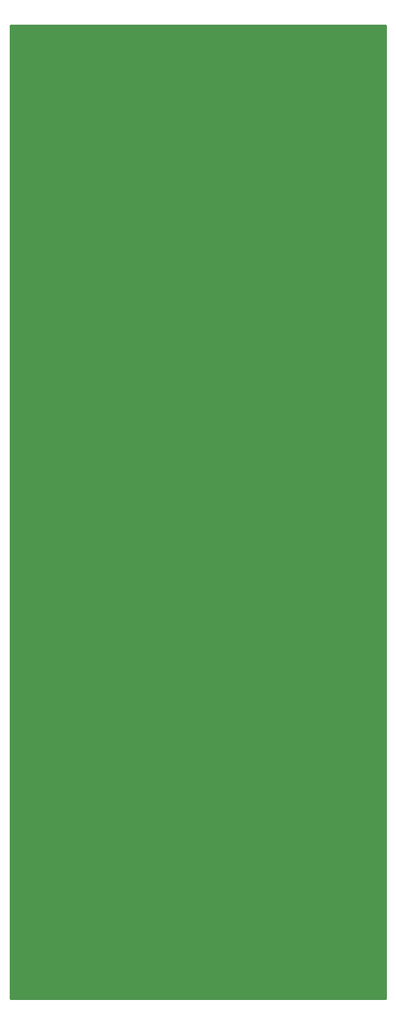
<source format=gbr>
%TF.GenerationSoftware,KiCad,Pcbnew,(5.1.6-0)*%
%TF.CreationDate,2020-09-07T10:46:08-07:00*%
%TF.ProjectId,panel_board,70616e65-6c5f-4626-9f61-72642e6b6963,rev?*%
%TF.SameCoordinates,Original*%
%TF.FileFunction,Copper,L1,Top*%
%TF.FilePolarity,Positive*%
%FSLAX46Y46*%
G04 Gerber Fmt 4.6, Leading zero omitted, Abs format (unit mm)*
G04 Created by KiCad (PCBNEW (5.1.6-0)) date 2020-09-07 10:46:08*
%MOMM*%
%LPD*%
G01*
G04 APERTURE LIST*
%TA.AperFunction,ComponentPad*%
%ADD10C,4.200000*%
%TD*%
%TA.AperFunction,Conductor*%
%ADD11C,0.254000*%
%TD*%
G04 APERTURE END LIST*
D10*
%TO.P,H2,1*%
%TO.N,GND*%
X110890000Y-38970000D03*
%TD*%
%TO.P,H1,1*%
%TO.N,GND*%
X75390000Y-38980000D03*
%TD*%
%TO.P,H4,1*%
%TO.N,GND*%
X110890000Y-161500000D03*
%TD*%
%TO.P,H3,1*%
%TO.N,GND*%
X75380000Y-161490000D03*
%TD*%
D11*
%TO.N,GND*%
G36*
X117571126Y-163666939D02*
G01*
X68663073Y-163666939D01*
X68663073Y-36758889D01*
X117571125Y-36758889D01*
X117571126Y-163666939D01*
G37*
X117571126Y-163666939D02*
X68663073Y-163666939D01*
X68663073Y-36758889D01*
X117571125Y-36758889D01*
X117571126Y-163666939D01*
%TD*%
M02*

</source>
